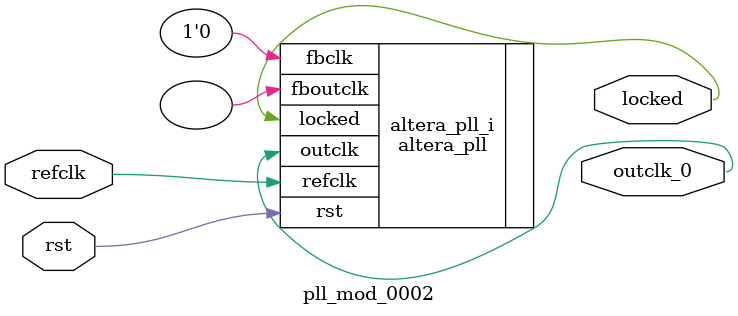
<source format=v>
`timescale 1ns/10ps
module  pll_mod_0002(

	// interface 'refclk'
	input wire refclk,

	// interface 'reset'
	input wire rst,

	// interface 'outclk0'
	output wire outclk_0,

	// interface 'locked'
	output wire locked
);

	altera_pll #(
		.fractional_vco_multiplier("false"),
		.reference_clock_frequency("50.0 MHz"),
		.operation_mode("normal"),
		.number_of_clocks(1),
		.output_clock_frequency0("60.0 MHz"),
		.phase_shift0("0 ps"),
		.duty_cycle0(50),
		.output_clock_frequency1("0 MHz"),
		.phase_shift1("0 ps"),
		.duty_cycle1(50),
		.output_clock_frequency2("0 MHz"),
		.phase_shift2("0 ps"),
		.duty_cycle2(50),
		.output_clock_frequency3("0 MHz"),
		.phase_shift3("0 ps"),
		.duty_cycle3(50),
		.output_clock_frequency4("0 MHz"),
		.phase_shift4("0 ps"),
		.duty_cycle4(50),
		.output_clock_frequency5("0 MHz"),
		.phase_shift5("0 ps"),
		.duty_cycle5(50),
		.output_clock_frequency6("0 MHz"),
		.phase_shift6("0 ps"),
		.duty_cycle6(50),
		.output_clock_frequency7("0 MHz"),
		.phase_shift7("0 ps"),
		.duty_cycle7(50),
		.output_clock_frequency8("0 MHz"),
		.phase_shift8("0 ps"),
		.duty_cycle8(50),
		.output_clock_frequency9("0 MHz"),
		.phase_shift9("0 ps"),
		.duty_cycle9(50),
		.output_clock_frequency10("0 MHz"),
		.phase_shift10("0 ps"),
		.duty_cycle10(50),
		.output_clock_frequency11("0 MHz"),
		.phase_shift11("0 ps"),
		.duty_cycle11(50),
		.output_clock_frequency12("0 MHz"),
		.phase_shift12("0 ps"),
		.duty_cycle12(50),
		.output_clock_frequency13("0 MHz"),
		.phase_shift13("0 ps"),
		.duty_cycle13(50),
		.output_clock_frequency14("0 MHz"),
		.phase_shift14("0 ps"),
		.duty_cycle14(50),
		.output_clock_frequency15("0 MHz"),
		.phase_shift15("0 ps"),
		.duty_cycle15(50),
		.output_clock_frequency16("0 MHz"),
		.phase_shift16("0 ps"),
		.duty_cycle16(50),
		.output_clock_frequency17("0 MHz"),
		.phase_shift17("0 ps"),
		.duty_cycle17(50),
		.pll_type("General"),
		.pll_subtype("General")
	) altera_pll_i (
		.outclk	({outclk_0}),
		.locked	(locked),
		.fboutclk	( ),
		.fbclk	(1'b0),
		.rst	(rst),
		.refclk	(refclk)
	);
endmodule


</source>
